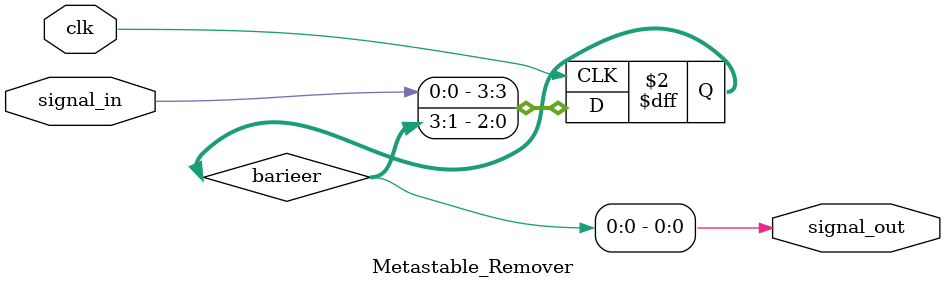
<source format=v>
`timescale 1ns / 1ps


module Metastable_Remover(
    input signal_in,
    output signal_out,
    input clk
    );

    parameter BARLEN=4; // 段数??��?��様子を見て調整する?��?
    reg [BARLEN-1:0] barieer; 
    always @(posedge clk) begin
        barieer<={signal_in,barieer[BARLEN-1:1]};
    end
    assign signal_out=barieer[0];
endmodule

</source>
